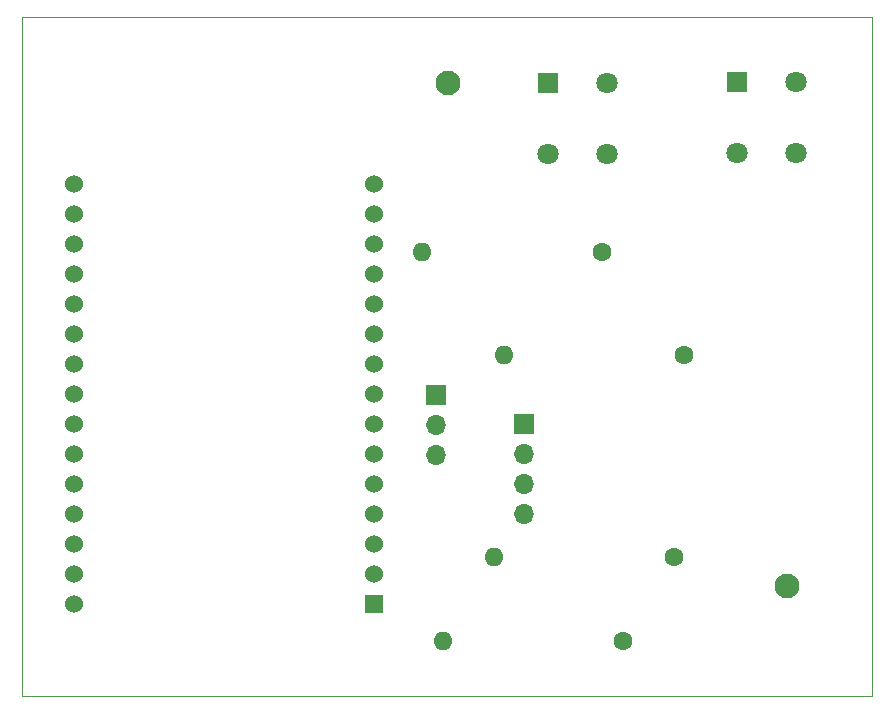
<source format=gbr>
%TF.GenerationSoftware,KiCad,Pcbnew,6.0.2+dfsg-1*%
%TF.CreationDate,2023-10-04T14:13:59+02:00*%
%TF.ProjectId,controller,636f6e74-726f-46c6-9c65-722e6b696361,rev?*%
%TF.SameCoordinates,Original*%
%TF.FileFunction,Soldermask,Bot*%
%TF.FilePolarity,Negative*%
%FSLAX46Y46*%
G04 Gerber Fmt 4.6, Leading zero omitted, Abs format (unit mm)*
G04 Created by KiCad (PCBNEW 6.0.2+dfsg-1) date 2023-10-04 14:13:59*
%MOMM*%
%LPD*%
G01*
G04 APERTURE LIST*
%TA.AperFunction,Profile*%
%ADD10C,0.100000*%
%TD*%
%ADD11C,2.100000*%
%ADD12R,1.800000X1.800000*%
%ADD13C,1.800000*%
%ADD14C,1.600000*%
%ADD15O,1.600000X1.600000*%
%ADD16R,1.700000X1.700000*%
%ADD17O,1.700000X1.700000*%
%ADD18R,1.524000X1.524000*%
%ADD19C,1.524000*%
G04 APERTURE END LIST*
D10*
X76840000Y-69740000D02*
X148800000Y-69740000D01*
X148800000Y-69740000D02*
X148800000Y-127230000D01*
X148800000Y-127230000D02*
X76840000Y-127230000D01*
X76840000Y-127230000D02*
X76840000Y-69740000D01*
D11*
%TO.C,REF\u002A\u002A*%
X141660000Y-117860000D03*
%TD*%
%TO.C,REF\u002A\u002A*%
X112930000Y-75300000D03*
%TD*%
D12*
%TO.C,Stop/start_robot1*%
X137420000Y-75230000D03*
D13*
X142420000Y-75230000D03*
X137420000Y-81230000D03*
X142420000Y-81230000D03*
%TD*%
D12*
%TO.C,Start/stop_wepon1*%
X121350000Y-75320000D03*
D13*
X126350000Y-75320000D03*
X121350000Y-81320000D03*
X126350000Y-81320000D03*
%TD*%
D14*
%TO.C,Resistor2*%
X132090000Y-115420000D03*
D15*
X116850000Y-115420000D03*
%TD*%
D16*
%TO.C,U1*%
X119395000Y-104140000D03*
D17*
X119395000Y-106680000D03*
X119395000Y-109220000D03*
X119395000Y-111760000D03*
%TD*%
D14*
%TO.C,Resistor4*%
X132890000Y-98350000D03*
D15*
X117650000Y-98350000D03*
%TD*%
D14*
%TO.C,Resistor1*%
X127710000Y-122530000D03*
D15*
X112470000Y-122530000D03*
%TD*%
D18*
%TO.C,ESPcontroller1*%
X106680000Y-119380000D03*
D19*
X106680000Y-116840000D03*
X106680000Y-114300000D03*
X106680000Y-111760000D03*
X106680000Y-109220000D03*
X106680000Y-106680000D03*
X106680000Y-104140000D03*
X106680000Y-101600000D03*
X106680000Y-99060000D03*
X106680000Y-96520000D03*
X106680000Y-93980000D03*
X106680000Y-91440000D03*
X106680000Y-88900000D03*
X106680000Y-86360000D03*
X106680000Y-83820000D03*
X81280000Y-83820000D03*
X81280000Y-86360000D03*
X81280000Y-88900000D03*
X81280000Y-91440000D03*
X81280000Y-93980000D03*
X81280000Y-96520000D03*
X81280000Y-99060000D03*
X81280000Y-101600000D03*
X81280000Y-104140000D03*
X81280000Y-106680000D03*
X81280000Y-109220000D03*
X81280000Y-111760000D03*
X81280000Y-114300000D03*
X81280000Y-116840000D03*
X81280000Y-119380000D03*
%TD*%
D14*
%TO.C,R1*%
X125940000Y-89590000D03*
D15*
X110700000Y-89590000D03*
%TD*%
D16*
%TO.C,Weponspeed1*%
X111895000Y-101705000D03*
D17*
X111895000Y-104245000D03*
X111895000Y-106785000D03*
%TD*%
M02*

</source>
